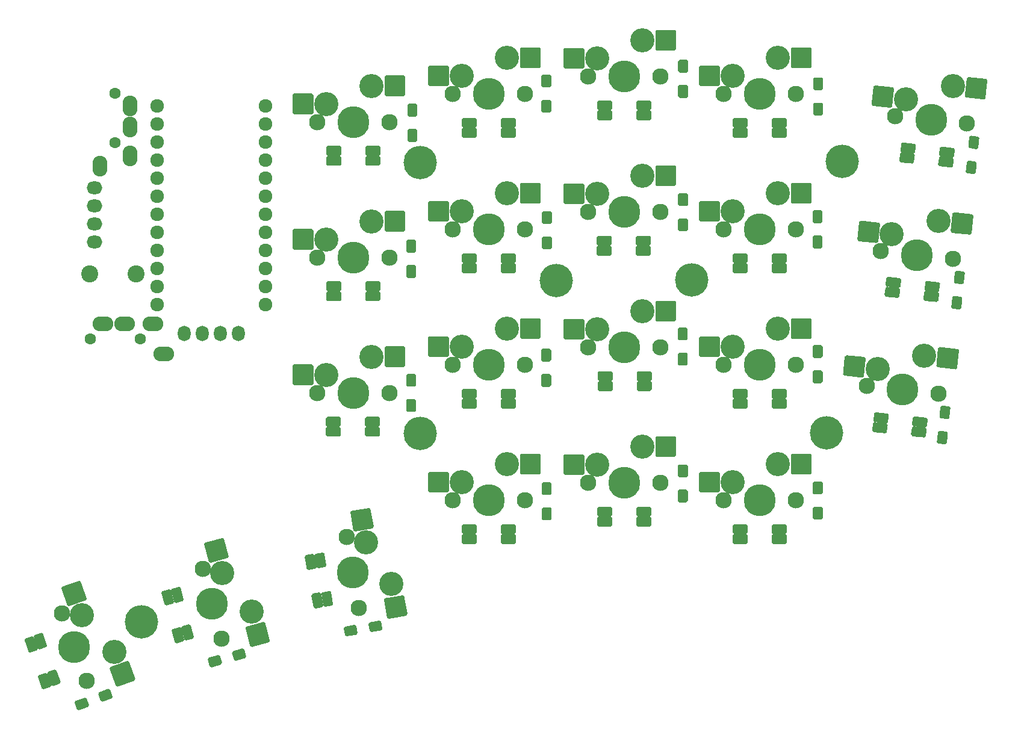
<source format=gbr>
%TF.GenerationSoftware,KiCad,Pcbnew,(5.1.10)-1*%
%TF.CreationDate,2021-10-28T21:04:49+02:00*%
%TF.ProjectId,yaohkib - right,79616f68-6b69-4622-902d-207269676874,rev?*%
%TF.SameCoordinates,Original*%
%TF.FileFunction,Soldermask,Bot*%
%TF.FilePolarity,Negative*%
%FSLAX46Y46*%
G04 Gerber Fmt 4.6, Leading zero omitted, Abs format (unit mm)*
G04 Created by KiCad (PCBNEW (5.1.10)-1) date 2021-10-28 21:04:49*
%MOMM*%
%LPD*%
G01*
G04 APERTURE LIST*
%ADD10C,4.700000*%
%ADD11O,2.900000X2.100000*%
%ADD12C,1.600000*%
%ADD13C,1.924000*%
%ADD14C,3.400000*%
%ADD15C,2.300000*%
%ADD16C,4.500000*%
%ADD17O,2.178000X1.797000*%
%ADD18O,2.100000X2.900000*%
%ADD19O,1.797000X2.178000*%
%ADD20C,2.400000*%
G04 APERTURE END LIST*
%TO.C,LED53*%
G36*
G01*
X103040077Y-131367434D02*
X104006003Y-131108615D01*
G75*
G02*
X104250952Y-131250036I51764J-193185D01*
G01*
X104690944Y-132892109D01*
G75*
G02*
X104549523Y-133137058I-193185J-51764D01*
G01*
X103583597Y-133395877D01*
G75*
G02*
X103338648Y-133254456I-51764J193185D01*
G01*
X102898656Y-131612383D01*
G75*
G02*
X103040077Y-131367434I193185J51764D01*
G01*
G37*
G36*
G01*
X101687781Y-131729780D02*
X102653707Y-131470961D01*
G75*
G02*
X102898656Y-131612382I51764J-193185D01*
G01*
X103338648Y-133254455D01*
G75*
G02*
X103197227Y-133499404I-193185J-51764D01*
G01*
X102231301Y-133758223D01*
G75*
G02*
X101986352Y-133616802I-51764J193185D01*
G01*
X101546360Y-131974729D01*
G75*
G02*
X101687781Y-131729780I193185J51764D01*
G01*
G37*
G36*
G01*
X101616573Y-126054842D02*
X102582499Y-125796023D01*
G75*
G02*
X102827448Y-125937444I51764J-193185D01*
G01*
X103267440Y-127579517D01*
G75*
G02*
X103126019Y-127824466I-193185J-51764D01*
G01*
X102160093Y-128083285D01*
G75*
G02*
X101915144Y-127941864I-51764J193185D01*
G01*
X101475152Y-126299791D01*
G75*
G02*
X101616573Y-126054842I193185J51764D01*
G01*
G37*
G36*
G01*
X100264277Y-126417188D02*
X101230203Y-126158369D01*
G75*
G02*
X101475152Y-126299790I51764J-193185D01*
G01*
X101915144Y-127941863D01*
G75*
G02*
X101773723Y-128186812I-193185J-51764D01*
G01*
X100807797Y-128445631D01*
G75*
G02*
X100562848Y-128304210I-51764J193185D01*
G01*
X100122856Y-126662137D01*
G75*
G02*
X100264277Y-126417188I193185J51764D01*
G01*
G37*
%TD*%
%TO.C,LED50*%
G36*
G01*
X166917500Y-115746500D02*
X166917500Y-114746500D01*
G75*
G02*
X167117500Y-114546500I200000J0D01*
G01*
X168817500Y-114546500D01*
G75*
G02*
X169017500Y-114746500I0J-200000D01*
G01*
X169017500Y-115746500D01*
G75*
G02*
X168817500Y-115946500I-200000J0D01*
G01*
X167117500Y-115946500D01*
G75*
G02*
X166917500Y-115746500I0J200000D01*
G01*
G37*
G36*
G01*
X166917500Y-117146500D02*
X166917500Y-116146500D01*
G75*
G02*
X167117500Y-115946500I200000J0D01*
G01*
X168817500Y-115946500D01*
G75*
G02*
X169017500Y-116146500I0J-200000D01*
G01*
X169017500Y-117146500D01*
G75*
G02*
X168817500Y-117346500I-200000J0D01*
G01*
X167117500Y-117346500D01*
G75*
G02*
X166917500Y-117146500I0J200000D01*
G01*
G37*
G36*
G01*
X161417500Y-115746500D02*
X161417500Y-114746500D01*
G75*
G02*
X161617500Y-114546500I200000J0D01*
G01*
X163317500Y-114546500D01*
G75*
G02*
X163517500Y-114746500I0J-200000D01*
G01*
X163517500Y-115746500D01*
G75*
G02*
X163317500Y-115946500I-200000J0D01*
G01*
X161617500Y-115946500D01*
G75*
G02*
X161417500Y-115746500I0J200000D01*
G01*
G37*
G36*
G01*
X161417500Y-117146500D02*
X161417500Y-116146500D01*
G75*
G02*
X161617500Y-115946500I200000J0D01*
G01*
X163317500Y-115946500D01*
G75*
G02*
X163517500Y-116146500I0J-200000D01*
G01*
X163517500Y-117146500D01*
G75*
G02*
X163317500Y-117346500I-200000J0D01*
G01*
X161617500Y-117346500D01*
G75*
G02*
X161417500Y-117146500I0J200000D01*
G01*
G37*
%TD*%
%TO.C,LED47*%
G36*
G01*
X185967500Y-99173000D02*
X185967500Y-98173000D01*
G75*
G02*
X186167500Y-97973000I200000J0D01*
G01*
X187867500Y-97973000D01*
G75*
G02*
X188067500Y-98173000I0J-200000D01*
G01*
X188067500Y-99173000D01*
G75*
G02*
X187867500Y-99373000I-200000J0D01*
G01*
X186167500Y-99373000D01*
G75*
G02*
X185967500Y-99173000I0J200000D01*
G01*
G37*
G36*
G01*
X185967500Y-100573000D02*
X185967500Y-99573000D01*
G75*
G02*
X186167500Y-99373000I200000J0D01*
G01*
X187867500Y-99373000D01*
G75*
G02*
X188067500Y-99573000I0J-200000D01*
G01*
X188067500Y-100573000D01*
G75*
G02*
X187867500Y-100773000I-200000J0D01*
G01*
X186167500Y-100773000D01*
G75*
G02*
X185967500Y-100573000I0J200000D01*
G01*
G37*
G36*
G01*
X180467500Y-99173000D02*
X180467500Y-98173000D01*
G75*
G02*
X180667500Y-97973000I200000J0D01*
G01*
X182367500Y-97973000D01*
G75*
G02*
X182567500Y-98173000I0J-200000D01*
G01*
X182567500Y-99173000D01*
G75*
G02*
X182367500Y-99373000I-200000J0D01*
G01*
X180667500Y-99373000D01*
G75*
G02*
X180467500Y-99173000I0J200000D01*
G01*
G37*
G36*
G01*
X180467500Y-100573000D02*
X180467500Y-99573000D01*
G75*
G02*
X180667500Y-99373000I200000J0D01*
G01*
X182367500Y-99373000D01*
G75*
G02*
X182567500Y-99573000I0J-200000D01*
G01*
X182567500Y-100573000D01*
G75*
G02*
X182367500Y-100773000I-200000J0D01*
G01*
X180667500Y-100773000D01*
G75*
G02*
X180467500Y-100573000I0J200000D01*
G01*
G37*
%TD*%
%TO.C,LED45*%
G36*
G01*
X147867500Y-99173000D02*
X147867500Y-98173000D01*
G75*
G02*
X148067500Y-97973000I200000J0D01*
G01*
X149767500Y-97973000D01*
G75*
G02*
X149967500Y-98173000I0J-200000D01*
G01*
X149967500Y-99173000D01*
G75*
G02*
X149767500Y-99373000I-200000J0D01*
G01*
X148067500Y-99373000D01*
G75*
G02*
X147867500Y-99173000I0J200000D01*
G01*
G37*
G36*
G01*
X147867500Y-100573000D02*
X147867500Y-99573000D01*
G75*
G02*
X148067500Y-99373000I200000J0D01*
G01*
X149767500Y-99373000D01*
G75*
G02*
X149967500Y-99573000I0J-200000D01*
G01*
X149967500Y-100573000D01*
G75*
G02*
X149767500Y-100773000I-200000J0D01*
G01*
X148067500Y-100773000D01*
G75*
G02*
X147867500Y-100573000I0J200000D01*
G01*
G37*
G36*
G01*
X142367500Y-99173000D02*
X142367500Y-98173000D01*
G75*
G02*
X142567500Y-97973000I200000J0D01*
G01*
X144267500Y-97973000D01*
G75*
G02*
X144467500Y-98173000I0J-200000D01*
G01*
X144467500Y-99173000D01*
G75*
G02*
X144267500Y-99373000I-200000J0D01*
G01*
X142567500Y-99373000D01*
G75*
G02*
X142367500Y-99173000I0J200000D01*
G01*
G37*
G36*
G01*
X142367500Y-100573000D02*
X142367500Y-99573000D01*
G75*
G02*
X142567500Y-99373000I200000J0D01*
G01*
X144267500Y-99373000D01*
G75*
G02*
X144467500Y-99573000I0J-200000D01*
G01*
X144467500Y-100573000D01*
G75*
G02*
X144267500Y-100773000I-200000J0D01*
G01*
X142567500Y-100773000D01*
G75*
G02*
X142367500Y-100573000I0J200000D01*
G01*
G37*
%TD*%
%TO.C,LED46*%
G36*
G01*
X166981000Y-96696500D02*
X166981000Y-95696500D01*
G75*
G02*
X167181000Y-95496500I200000J0D01*
G01*
X168881000Y-95496500D01*
G75*
G02*
X169081000Y-95696500I0J-200000D01*
G01*
X169081000Y-96696500D01*
G75*
G02*
X168881000Y-96896500I-200000J0D01*
G01*
X167181000Y-96896500D01*
G75*
G02*
X166981000Y-96696500I0J200000D01*
G01*
G37*
G36*
G01*
X166981000Y-98096500D02*
X166981000Y-97096500D01*
G75*
G02*
X167181000Y-96896500I200000J0D01*
G01*
X168881000Y-96896500D01*
G75*
G02*
X169081000Y-97096500I0J-200000D01*
G01*
X169081000Y-98096500D01*
G75*
G02*
X168881000Y-98296500I-200000J0D01*
G01*
X167181000Y-98296500D01*
G75*
G02*
X166981000Y-98096500I0J200000D01*
G01*
G37*
G36*
G01*
X161481000Y-96696500D02*
X161481000Y-95696500D01*
G75*
G02*
X161681000Y-95496500I200000J0D01*
G01*
X163381000Y-95496500D01*
G75*
G02*
X163581000Y-95696500I0J-200000D01*
G01*
X163581000Y-96696500D01*
G75*
G02*
X163381000Y-96896500I-200000J0D01*
G01*
X161681000Y-96896500D01*
G75*
G02*
X161481000Y-96696500I0J200000D01*
G01*
G37*
G36*
G01*
X161481000Y-98096500D02*
X161481000Y-97096500D01*
G75*
G02*
X161681000Y-96896500I200000J0D01*
G01*
X163381000Y-96896500D01*
G75*
G02*
X163581000Y-97096500I0J-200000D01*
G01*
X163581000Y-98096500D01*
G75*
G02*
X163381000Y-98296500I-200000J0D01*
G01*
X161681000Y-98296500D01*
G75*
G02*
X161481000Y-98096500I0J200000D01*
G01*
G37*
%TD*%
%TO.C,LED52*%
G36*
G01*
X122762330Y-126564218D02*
X123747138Y-126390570D01*
G75*
G02*
X123978830Y-126552802I34730J-196962D01*
G01*
X124274032Y-128226976D01*
G75*
G02*
X124111800Y-128458668I-196962J-34730D01*
G01*
X123126992Y-128632316D01*
G75*
G02*
X122895300Y-128470084I-34730J196962D01*
G01*
X122600098Y-126795910D01*
G75*
G02*
X122762330Y-126564218I196962J34730D01*
G01*
G37*
G36*
G01*
X121383599Y-126807325D02*
X122368407Y-126633677D01*
G75*
G02*
X122600099Y-126795909I34730J-196962D01*
G01*
X122895301Y-128470083D01*
G75*
G02*
X122733069Y-128701775I-196962J-34730D01*
G01*
X121748261Y-128875423D01*
G75*
G02*
X121516569Y-128713191I-34730J196962D01*
G01*
X121221367Y-127039017D01*
G75*
G02*
X121383599Y-126807325I196962J34730D01*
G01*
G37*
G36*
G01*
X121807265Y-121147775D02*
X122792073Y-120974127D01*
G75*
G02*
X123023765Y-121136359I34730J-196962D01*
G01*
X123318967Y-122810533D01*
G75*
G02*
X123156735Y-123042225I-196962J-34730D01*
G01*
X122171927Y-123215873D01*
G75*
G02*
X121940235Y-123053641I-34730J196962D01*
G01*
X121645033Y-121379467D01*
G75*
G02*
X121807265Y-121147775I196962J34730D01*
G01*
G37*
G36*
G01*
X120428534Y-121390882D02*
X121413342Y-121217234D01*
G75*
G02*
X121645034Y-121379466I34730J-196962D01*
G01*
X121940236Y-123053640D01*
G75*
G02*
X121778004Y-123285332I-196962J-34730D01*
G01*
X120793196Y-123458980D01*
G75*
G02*
X120561504Y-123296748I-34730J196962D01*
G01*
X120266302Y-121622574D01*
G75*
G02*
X120428534Y-121390882I196962J34730D01*
G01*
G37*
%TD*%
%TO.C,LED44*%
G36*
G01*
X128754000Y-103110000D02*
X128754000Y-102110000D01*
G75*
G02*
X128954000Y-101910000I200000J0D01*
G01*
X130654000Y-101910000D01*
G75*
G02*
X130854000Y-102110000I0J-200000D01*
G01*
X130854000Y-103110000D01*
G75*
G02*
X130654000Y-103310000I-200000J0D01*
G01*
X128954000Y-103310000D01*
G75*
G02*
X128754000Y-103110000I0J200000D01*
G01*
G37*
G36*
G01*
X128754000Y-104510000D02*
X128754000Y-103510000D01*
G75*
G02*
X128954000Y-103310000I200000J0D01*
G01*
X130654000Y-103310000D01*
G75*
G02*
X130854000Y-103510000I0J-200000D01*
G01*
X130854000Y-104510000D01*
G75*
G02*
X130654000Y-104710000I-200000J0D01*
G01*
X128954000Y-104710000D01*
G75*
G02*
X128754000Y-104510000I0J200000D01*
G01*
G37*
G36*
G01*
X123254000Y-103110000D02*
X123254000Y-102110000D01*
G75*
G02*
X123454000Y-101910000I200000J0D01*
G01*
X125154000Y-101910000D01*
G75*
G02*
X125354000Y-102110000I0J-200000D01*
G01*
X125354000Y-103110000D01*
G75*
G02*
X125154000Y-103310000I-200000J0D01*
G01*
X123454000Y-103310000D01*
G75*
G02*
X123254000Y-103110000I0J200000D01*
G01*
G37*
G36*
G01*
X123254000Y-104510000D02*
X123254000Y-103510000D01*
G75*
G02*
X123454000Y-103310000I200000J0D01*
G01*
X125154000Y-103310000D01*
G75*
G02*
X125354000Y-103510000I0J-200000D01*
G01*
X125354000Y-104510000D01*
G75*
G02*
X125154000Y-104710000I-200000J0D01*
G01*
X123454000Y-104710000D01*
G75*
G02*
X123254000Y-104510000I0J200000D01*
G01*
G37*
%TD*%
%TO.C,LED1*%
G36*
G01*
X84164144Y-137814142D02*
X85103836Y-137472122D01*
G75*
G02*
X85360179Y-137591657I68404J-187939D01*
G01*
X85941613Y-139189135D01*
G75*
G02*
X85822078Y-139445478I-187939J-68404D01*
G01*
X84882386Y-139787498D01*
G75*
G02*
X84626043Y-139667963I-68404J187939D01*
G01*
X84044609Y-138070485D01*
G75*
G02*
X84164144Y-137814142I187939J68404D01*
G01*
G37*
G36*
G01*
X82848575Y-138292970D02*
X83788267Y-137950950D01*
G75*
G02*
X84044610Y-138070485I68404J-187939D01*
G01*
X84626044Y-139667963D01*
G75*
G02*
X84506509Y-139924306I-187939J-68404D01*
G01*
X83566817Y-140266326D01*
G75*
G02*
X83310474Y-140146791I-68404J187939D01*
G01*
X82729040Y-138549313D01*
G75*
G02*
X82848575Y-138292970I187939J68404D01*
G01*
G37*
G36*
G01*
X82283033Y-132645832D02*
X83222725Y-132303812D01*
G75*
G02*
X83479068Y-132423347I68404J-187939D01*
G01*
X84060502Y-134020825D01*
G75*
G02*
X83940967Y-134277168I-187939J-68404D01*
G01*
X83001275Y-134619188D01*
G75*
G02*
X82744932Y-134499653I-68404J187939D01*
G01*
X82163498Y-132902175D01*
G75*
G02*
X82283033Y-132645832I187939J68404D01*
G01*
G37*
G36*
G01*
X80967464Y-133124660D02*
X81907156Y-132782640D01*
G75*
G02*
X82163499Y-132902175I68404J-187939D01*
G01*
X82744933Y-134499653D01*
G75*
G02*
X82625398Y-134755996I-187939J-68404D01*
G01*
X81685706Y-135098016D01*
G75*
G02*
X81429363Y-134978481I-68404J187939D01*
G01*
X80847929Y-133381003D01*
G75*
G02*
X80967464Y-133124660I187939J68404D01*
G01*
G37*
%TD*%
%TO.C,LED43*%
G36*
G01*
X128817500Y-84060000D02*
X128817500Y-83060000D01*
G75*
G02*
X129017500Y-82860000I200000J0D01*
G01*
X130717500Y-82860000D01*
G75*
G02*
X130917500Y-83060000I0J-200000D01*
G01*
X130917500Y-84060000D01*
G75*
G02*
X130717500Y-84260000I-200000J0D01*
G01*
X129017500Y-84260000D01*
G75*
G02*
X128817500Y-84060000I0J200000D01*
G01*
G37*
G36*
G01*
X128817500Y-85460000D02*
X128817500Y-84460000D01*
G75*
G02*
X129017500Y-84260000I200000J0D01*
G01*
X130717500Y-84260000D01*
G75*
G02*
X130917500Y-84460000I0J-200000D01*
G01*
X130917500Y-85460000D01*
G75*
G02*
X130717500Y-85660000I-200000J0D01*
G01*
X129017500Y-85660000D01*
G75*
G02*
X128817500Y-85460000I0J200000D01*
G01*
G37*
G36*
G01*
X123317500Y-84060000D02*
X123317500Y-83060000D01*
G75*
G02*
X123517500Y-82860000I200000J0D01*
G01*
X125217500Y-82860000D01*
G75*
G02*
X125417500Y-83060000I0J-200000D01*
G01*
X125417500Y-84060000D01*
G75*
G02*
X125217500Y-84260000I-200000J0D01*
G01*
X123517500Y-84260000D01*
G75*
G02*
X123317500Y-84060000I0J200000D01*
G01*
G37*
G36*
G01*
X123317500Y-85460000D02*
X123317500Y-84460000D01*
G75*
G02*
X123517500Y-84260000I200000J0D01*
G01*
X125217500Y-84260000D01*
G75*
G02*
X125417500Y-84460000I0J-200000D01*
G01*
X125417500Y-85460000D01*
G75*
G02*
X125217500Y-85660000I-200000J0D01*
G01*
X123517500Y-85660000D01*
G75*
G02*
X123317500Y-85460000I0J200000D01*
G01*
G37*
%TD*%
%TO.C,LED49*%
G36*
G01*
X185967500Y-118223000D02*
X185967500Y-117223000D01*
G75*
G02*
X186167500Y-117023000I200000J0D01*
G01*
X187867500Y-117023000D01*
G75*
G02*
X188067500Y-117223000I0J-200000D01*
G01*
X188067500Y-118223000D01*
G75*
G02*
X187867500Y-118423000I-200000J0D01*
G01*
X186167500Y-118423000D01*
G75*
G02*
X185967500Y-118223000I0J200000D01*
G01*
G37*
G36*
G01*
X185967500Y-119623000D02*
X185967500Y-118623000D01*
G75*
G02*
X186167500Y-118423000I200000J0D01*
G01*
X187867500Y-118423000D01*
G75*
G02*
X188067500Y-118623000I0J-200000D01*
G01*
X188067500Y-119623000D01*
G75*
G02*
X187867500Y-119823000I-200000J0D01*
G01*
X186167500Y-119823000D01*
G75*
G02*
X185967500Y-119623000I0J200000D01*
G01*
G37*
G36*
G01*
X180467500Y-118223000D02*
X180467500Y-117223000D01*
G75*
G02*
X180667500Y-117023000I200000J0D01*
G01*
X182367500Y-117023000D01*
G75*
G02*
X182567500Y-117223000I0J-200000D01*
G01*
X182567500Y-118223000D01*
G75*
G02*
X182367500Y-118423000I-200000J0D01*
G01*
X180667500Y-118423000D01*
G75*
G02*
X180467500Y-118223000I0J200000D01*
G01*
G37*
G36*
G01*
X180467500Y-119623000D02*
X180467500Y-118623000D01*
G75*
G02*
X180667500Y-118423000I200000J0D01*
G01*
X182367500Y-118423000D01*
G75*
G02*
X182567500Y-118623000I0J-200000D01*
G01*
X182567500Y-119623000D01*
G75*
G02*
X182367500Y-119823000I-200000J0D01*
G01*
X180667500Y-119823000D01*
G75*
G02*
X180467500Y-119623000I0J200000D01*
G01*
G37*
%TD*%
%TO.C,LED48*%
G36*
G01*
X205698488Y-103021506D02*
X205803017Y-102026984D01*
G75*
G02*
X206022827Y-101848986I198904J-20906D01*
G01*
X207713514Y-102026684D01*
G75*
G02*
X207891512Y-102246494I-20906J-198904D01*
G01*
X207786983Y-103241016D01*
G75*
G02*
X207567173Y-103419014I-198904J20906D01*
G01*
X205876486Y-103241316D01*
G75*
G02*
X205698488Y-103021506I20906J198904D01*
G01*
G37*
G36*
G01*
X205552148Y-104413837D02*
X205656677Y-103419315D01*
G75*
G02*
X205876487Y-103241317I198904J-20906D01*
G01*
X207567174Y-103419015D01*
G75*
G02*
X207745172Y-103638825I-20906J-198904D01*
G01*
X207640643Y-104633347D01*
G75*
G02*
X207420833Y-104811345I-198904J20906D01*
G01*
X205730146Y-104633647D01*
G75*
G02*
X205552148Y-104413837I20906J198904D01*
G01*
G37*
G36*
G01*
X200228618Y-102446599D02*
X200333147Y-101452077D01*
G75*
G02*
X200552957Y-101274079I198904J-20906D01*
G01*
X202243644Y-101451777D01*
G75*
G02*
X202421642Y-101671587I-20906J-198904D01*
G01*
X202317113Y-102666109D01*
G75*
G02*
X202097303Y-102844107I-198904J20906D01*
G01*
X200406616Y-102666409D01*
G75*
G02*
X200228618Y-102446599I20906J198904D01*
G01*
G37*
G36*
G01*
X200082278Y-103838930D02*
X200186807Y-102844408D01*
G75*
G02*
X200406617Y-102666410I198904J-20906D01*
G01*
X202097304Y-102844108D01*
G75*
G02*
X202275302Y-103063918I-20906J-198904D01*
G01*
X202170773Y-104058440D01*
G75*
G02*
X201950963Y-104236438I-198904J20906D01*
G01*
X200260276Y-104058740D01*
G75*
G02*
X200082278Y-103838930I20906J198904D01*
G01*
G37*
%TD*%
%TO.C,LED51*%
G36*
G01*
X147867500Y-118223000D02*
X147867500Y-117223000D01*
G75*
G02*
X148067500Y-117023000I200000J0D01*
G01*
X149767500Y-117023000D01*
G75*
G02*
X149967500Y-117223000I0J-200000D01*
G01*
X149967500Y-118223000D01*
G75*
G02*
X149767500Y-118423000I-200000J0D01*
G01*
X148067500Y-118423000D01*
G75*
G02*
X147867500Y-118223000I0J200000D01*
G01*
G37*
G36*
G01*
X147867500Y-119623000D02*
X147867500Y-118623000D01*
G75*
G02*
X148067500Y-118423000I200000J0D01*
G01*
X149767500Y-118423000D01*
G75*
G02*
X149967500Y-118623000I0J-200000D01*
G01*
X149967500Y-119623000D01*
G75*
G02*
X149767500Y-119823000I-200000J0D01*
G01*
X148067500Y-119823000D01*
G75*
G02*
X147867500Y-119623000I0J200000D01*
G01*
G37*
G36*
G01*
X142367500Y-118223000D02*
X142367500Y-117223000D01*
G75*
G02*
X142567500Y-117023000I200000J0D01*
G01*
X144267500Y-117023000D01*
G75*
G02*
X144467500Y-117223000I0J-200000D01*
G01*
X144467500Y-118223000D01*
G75*
G02*
X144267500Y-118423000I-200000J0D01*
G01*
X142567500Y-118423000D01*
G75*
G02*
X142367500Y-118223000I0J200000D01*
G01*
G37*
G36*
G01*
X142367500Y-119623000D02*
X142367500Y-118623000D01*
G75*
G02*
X142567500Y-118423000I200000J0D01*
G01*
X144267500Y-118423000D01*
G75*
G02*
X144467500Y-118623000I0J-200000D01*
G01*
X144467500Y-119623000D01*
G75*
G02*
X144267500Y-119823000I-200000J0D01*
G01*
X142567500Y-119823000D01*
G75*
G02*
X142367500Y-119623000I0J200000D01*
G01*
G37*
%TD*%
%TO.C,LED34*%
G36*
G01*
X128817500Y-65010000D02*
X128817500Y-64010000D01*
G75*
G02*
X129017500Y-63810000I200000J0D01*
G01*
X130717500Y-63810000D01*
G75*
G02*
X130917500Y-64010000I0J-200000D01*
G01*
X130917500Y-65010000D01*
G75*
G02*
X130717500Y-65210000I-200000J0D01*
G01*
X129017500Y-65210000D01*
G75*
G02*
X128817500Y-65010000I0J200000D01*
G01*
G37*
G36*
G01*
X128817500Y-66410000D02*
X128817500Y-65410000D01*
G75*
G02*
X129017500Y-65210000I200000J0D01*
G01*
X130717500Y-65210000D01*
G75*
G02*
X130917500Y-65410000I0J-200000D01*
G01*
X130917500Y-66410000D01*
G75*
G02*
X130717500Y-66610000I-200000J0D01*
G01*
X129017500Y-66610000D01*
G75*
G02*
X128817500Y-66410000I0J200000D01*
G01*
G37*
G36*
G01*
X123317500Y-65010000D02*
X123317500Y-64010000D01*
G75*
G02*
X123517500Y-63810000I200000J0D01*
G01*
X125217500Y-63810000D01*
G75*
G02*
X125417500Y-64010000I0J-200000D01*
G01*
X125417500Y-65010000D01*
G75*
G02*
X125217500Y-65210000I-200000J0D01*
G01*
X123517500Y-65210000D01*
G75*
G02*
X123317500Y-65010000I0J200000D01*
G01*
G37*
G36*
G01*
X123317500Y-66410000D02*
X123317500Y-65410000D01*
G75*
G02*
X123517500Y-65210000I200000J0D01*
G01*
X125217500Y-65210000D01*
G75*
G02*
X125417500Y-65410000I0J-200000D01*
G01*
X125417500Y-66410000D01*
G75*
G02*
X125217500Y-66610000I-200000J0D01*
G01*
X123517500Y-66610000D01*
G75*
G02*
X123317500Y-66410000I0J200000D01*
G01*
G37*
%TD*%
%TO.C,LED35*%
G36*
G01*
X147867500Y-61073000D02*
X147867500Y-60073000D01*
G75*
G02*
X148067500Y-59873000I200000J0D01*
G01*
X149767500Y-59873000D01*
G75*
G02*
X149967500Y-60073000I0J-200000D01*
G01*
X149967500Y-61073000D01*
G75*
G02*
X149767500Y-61273000I-200000J0D01*
G01*
X148067500Y-61273000D01*
G75*
G02*
X147867500Y-61073000I0J200000D01*
G01*
G37*
G36*
G01*
X147867500Y-62473000D02*
X147867500Y-61473000D01*
G75*
G02*
X148067500Y-61273000I200000J0D01*
G01*
X149767500Y-61273000D01*
G75*
G02*
X149967500Y-61473000I0J-200000D01*
G01*
X149967500Y-62473000D01*
G75*
G02*
X149767500Y-62673000I-200000J0D01*
G01*
X148067500Y-62673000D01*
G75*
G02*
X147867500Y-62473000I0J200000D01*
G01*
G37*
G36*
G01*
X142367500Y-61073000D02*
X142367500Y-60073000D01*
G75*
G02*
X142567500Y-59873000I200000J0D01*
G01*
X144267500Y-59873000D01*
G75*
G02*
X144467500Y-60073000I0J-200000D01*
G01*
X144467500Y-61073000D01*
G75*
G02*
X144267500Y-61273000I-200000J0D01*
G01*
X142567500Y-61273000D01*
G75*
G02*
X142367500Y-61073000I0J200000D01*
G01*
G37*
G36*
G01*
X142367500Y-62473000D02*
X142367500Y-61473000D01*
G75*
G02*
X142567500Y-61273000I200000J0D01*
G01*
X144267500Y-61273000D01*
G75*
G02*
X144467500Y-61473000I0J-200000D01*
G01*
X144467500Y-62473000D01*
G75*
G02*
X144267500Y-62673000I-200000J0D01*
G01*
X142567500Y-62673000D01*
G75*
G02*
X142367500Y-62473000I0J200000D01*
G01*
G37*
%TD*%
%TO.C,LED39*%
G36*
G01*
X207436593Y-83972794D02*
X207541122Y-82978272D01*
G75*
G02*
X207760932Y-82800274I198904J-20906D01*
G01*
X209451619Y-82977972D01*
G75*
G02*
X209629617Y-83197782I-20906J-198904D01*
G01*
X209525088Y-84192304D01*
G75*
G02*
X209305278Y-84370302I-198904J20906D01*
G01*
X207614591Y-84192604D01*
G75*
G02*
X207436593Y-83972794I20906J198904D01*
G01*
G37*
G36*
G01*
X207290253Y-85365125D02*
X207394782Y-84370603D01*
G75*
G02*
X207614592Y-84192605I198904J-20906D01*
G01*
X209305279Y-84370303D01*
G75*
G02*
X209483277Y-84590113I-20906J-198904D01*
G01*
X209378748Y-85584635D01*
G75*
G02*
X209158938Y-85762633I-198904J20906D01*
G01*
X207468251Y-85584935D01*
G75*
G02*
X207290253Y-85365125I20906J198904D01*
G01*
G37*
G36*
G01*
X201966723Y-83397887D02*
X202071252Y-82403365D01*
G75*
G02*
X202291062Y-82225367I198904J-20906D01*
G01*
X203981749Y-82403065D01*
G75*
G02*
X204159747Y-82622875I-20906J-198904D01*
G01*
X204055218Y-83617397D01*
G75*
G02*
X203835408Y-83795395I-198904J20906D01*
G01*
X202144721Y-83617697D01*
G75*
G02*
X201966723Y-83397887I20906J198904D01*
G01*
G37*
G36*
G01*
X201820383Y-84790218D02*
X201924912Y-83795696D01*
G75*
G02*
X202144722Y-83617698I198904J-20906D01*
G01*
X203835409Y-83795396D01*
G75*
G02*
X204013407Y-84015206I-20906J-198904D01*
G01*
X203908878Y-85009728D01*
G75*
G02*
X203689068Y-85187726I-198904J20906D01*
G01*
X201998381Y-85010028D01*
G75*
G02*
X201820383Y-84790218I20906J198904D01*
G01*
G37*
%TD*%
%TO.C,LED42*%
G36*
G01*
X147867500Y-80123000D02*
X147867500Y-79123000D01*
G75*
G02*
X148067500Y-78923000I200000J0D01*
G01*
X149767500Y-78923000D01*
G75*
G02*
X149967500Y-79123000I0J-200000D01*
G01*
X149967500Y-80123000D01*
G75*
G02*
X149767500Y-80323000I-200000J0D01*
G01*
X148067500Y-80323000D01*
G75*
G02*
X147867500Y-80123000I0J200000D01*
G01*
G37*
G36*
G01*
X147867500Y-81523000D02*
X147867500Y-80523000D01*
G75*
G02*
X148067500Y-80323000I200000J0D01*
G01*
X149767500Y-80323000D01*
G75*
G02*
X149967500Y-80523000I0J-200000D01*
G01*
X149967500Y-81523000D01*
G75*
G02*
X149767500Y-81723000I-200000J0D01*
G01*
X148067500Y-81723000D01*
G75*
G02*
X147867500Y-81523000I0J200000D01*
G01*
G37*
G36*
G01*
X142367500Y-80123000D02*
X142367500Y-79123000D01*
G75*
G02*
X142567500Y-78923000I200000J0D01*
G01*
X144267500Y-78923000D01*
G75*
G02*
X144467500Y-79123000I0J-200000D01*
G01*
X144467500Y-80123000D01*
G75*
G02*
X144267500Y-80323000I-200000J0D01*
G01*
X142567500Y-80323000D01*
G75*
G02*
X142367500Y-80123000I0J200000D01*
G01*
G37*
G36*
G01*
X142367500Y-81523000D02*
X142367500Y-80523000D01*
G75*
G02*
X142567500Y-80323000I200000J0D01*
G01*
X144267500Y-80323000D01*
G75*
G02*
X144467500Y-80523000I0J-200000D01*
G01*
X144467500Y-81523000D01*
G75*
G02*
X144267500Y-81723000I-200000J0D01*
G01*
X142567500Y-81723000D01*
G75*
G02*
X142367500Y-81523000I0J200000D01*
G01*
G37*
%TD*%
%TO.C,LED36*%
G36*
G01*
X166917500Y-58596500D02*
X166917500Y-57596500D01*
G75*
G02*
X167117500Y-57396500I200000J0D01*
G01*
X168817500Y-57396500D01*
G75*
G02*
X169017500Y-57596500I0J-200000D01*
G01*
X169017500Y-58596500D01*
G75*
G02*
X168817500Y-58796500I-200000J0D01*
G01*
X167117500Y-58796500D01*
G75*
G02*
X166917500Y-58596500I0J200000D01*
G01*
G37*
G36*
G01*
X166917500Y-59996500D02*
X166917500Y-58996500D01*
G75*
G02*
X167117500Y-58796500I200000J0D01*
G01*
X168817500Y-58796500D01*
G75*
G02*
X169017500Y-58996500I0J-200000D01*
G01*
X169017500Y-59996500D01*
G75*
G02*
X168817500Y-60196500I-200000J0D01*
G01*
X167117500Y-60196500D01*
G75*
G02*
X166917500Y-59996500I0J200000D01*
G01*
G37*
G36*
G01*
X161417500Y-58596500D02*
X161417500Y-57596500D01*
G75*
G02*
X161617500Y-57396500I200000J0D01*
G01*
X163317500Y-57396500D01*
G75*
G02*
X163517500Y-57596500I0J-200000D01*
G01*
X163517500Y-58596500D01*
G75*
G02*
X163317500Y-58796500I-200000J0D01*
G01*
X161617500Y-58796500D01*
G75*
G02*
X161417500Y-58596500I0J200000D01*
G01*
G37*
G36*
G01*
X161417500Y-59996500D02*
X161417500Y-58996500D01*
G75*
G02*
X161617500Y-58796500I200000J0D01*
G01*
X163317500Y-58796500D01*
G75*
G02*
X163517500Y-58996500I0J-200000D01*
G01*
X163517500Y-59996500D01*
G75*
G02*
X163317500Y-60196500I-200000J0D01*
G01*
X161617500Y-60196500D01*
G75*
G02*
X161417500Y-59996500I0J200000D01*
G01*
G37*
%TD*%
%TO.C,LED38*%
G36*
G01*
X209508488Y-65071506D02*
X209613017Y-64076984D01*
G75*
G02*
X209832827Y-63898986I198904J-20906D01*
G01*
X211523514Y-64076684D01*
G75*
G02*
X211701512Y-64296494I-20906J-198904D01*
G01*
X211596983Y-65291016D01*
G75*
G02*
X211377173Y-65469014I-198904J20906D01*
G01*
X209686486Y-65291316D01*
G75*
G02*
X209508488Y-65071506I20906J198904D01*
G01*
G37*
G36*
G01*
X209362148Y-66463837D02*
X209466677Y-65469315D01*
G75*
G02*
X209686487Y-65291317I198904J-20906D01*
G01*
X211377174Y-65469015D01*
G75*
G02*
X211555172Y-65688825I-20906J-198904D01*
G01*
X211450643Y-66683347D01*
G75*
G02*
X211230833Y-66861345I-198904J20906D01*
G01*
X209540146Y-66683647D01*
G75*
G02*
X209362148Y-66463837I20906J198904D01*
G01*
G37*
G36*
G01*
X204038618Y-64496599D02*
X204143147Y-63502077D01*
G75*
G02*
X204362957Y-63324079I198904J-20906D01*
G01*
X206053644Y-63501777D01*
G75*
G02*
X206231642Y-63721587I-20906J-198904D01*
G01*
X206127113Y-64716109D01*
G75*
G02*
X205907303Y-64894107I-198904J20906D01*
G01*
X204216616Y-64716409D01*
G75*
G02*
X204038618Y-64496599I20906J198904D01*
G01*
G37*
G36*
G01*
X203892278Y-65888930D02*
X203996807Y-64894408D01*
G75*
G02*
X204216617Y-64716410I198904J-20906D01*
G01*
X205907304Y-64894108D01*
G75*
G02*
X206085302Y-65113918I-20906J-198904D01*
G01*
X205980773Y-66108440D01*
G75*
G02*
X205760963Y-66286438I-198904J20906D01*
G01*
X204070276Y-66108740D01*
G75*
G02*
X203892278Y-65888930I20906J198904D01*
G01*
G37*
%TD*%
%TO.C,LED40*%
G36*
G01*
X185967500Y-80123000D02*
X185967500Y-79123000D01*
G75*
G02*
X186167500Y-78923000I200000J0D01*
G01*
X187867500Y-78923000D01*
G75*
G02*
X188067500Y-79123000I0J-200000D01*
G01*
X188067500Y-80123000D01*
G75*
G02*
X187867500Y-80323000I-200000J0D01*
G01*
X186167500Y-80323000D01*
G75*
G02*
X185967500Y-80123000I0J200000D01*
G01*
G37*
G36*
G01*
X185967500Y-81523000D02*
X185967500Y-80523000D01*
G75*
G02*
X186167500Y-80323000I200000J0D01*
G01*
X187867500Y-80323000D01*
G75*
G02*
X188067500Y-80523000I0J-200000D01*
G01*
X188067500Y-81523000D01*
G75*
G02*
X187867500Y-81723000I-200000J0D01*
G01*
X186167500Y-81723000D01*
G75*
G02*
X185967500Y-81523000I0J200000D01*
G01*
G37*
G36*
G01*
X180467500Y-80123000D02*
X180467500Y-79123000D01*
G75*
G02*
X180667500Y-78923000I200000J0D01*
G01*
X182367500Y-78923000D01*
G75*
G02*
X182567500Y-79123000I0J-200000D01*
G01*
X182567500Y-80123000D01*
G75*
G02*
X182367500Y-80323000I-200000J0D01*
G01*
X180667500Y-80323000D01*
G75*
G02*
X180467500Y-80123000I0J200000D01*
G01*
G37*
G36*
G01*
X180467500Y-81523000D02*
X180467500Y-80523000D01*
G75*
G02*
X180667500Y-80323000I200000J0D01*
G01*
X182367500Y-80323000D01*
G75*
G02*
X182567500Y-80523000I0J-200000D01*
G01*
X182567500Y-81523000D01*
G75*
G02*
X182367500Y-81723000I-200000J0D01*
G01*
X180667500Y-81723000D01*
G75*
G02*
X180467500Y-81523000I0J200000D01*
G01*
G37*
%TD*%
%TO.C,LED37*%
G36*
G01*
X185967500Y-61073000D02*
X185967500Y-60073000D01*
G75*
G02*
X186167500Y-59873000I200000J0D01*
G01*
X187867500Y-59873000D01*
G75*
G02*
X188067500Y-60073000I0J-200000D01*
G01*
X188067500Y-61073000D01*
G75*
G02*
X187867500Y-61273000I-200000J0D01*
G01*
X186167500Y-61273000D01*
G75*
G02*
X185967500Y-61073000I0J200000D01*
G01*
G37*
G36*
G01*
X185967500Y-62473000D02*
X185967500Y-61473000D01*
G75*
G02*
X186167500Y-61273000I200000J0D01*
G01*
X187867500Y-61273000D01*
G75*
G02*
X188067500Y-61473000I0J-200000D01*
G01*
X188067500Y-62473000D01*
G75*
G02*
X187867500Y-62673000I-200000J0D01*
G01*
X186167500Y-62673000D01*
G75*
G02*
X185967500Y-62473000I0J200000D01*
G01*
G37*
G36*
G01*
X180467500Y-61073000D02*
X180467500Y-60073000D01*
G75*
G02*
X180667500Y-59873000I200000J0D01*
G01*
X182367500Y-59873000D01*
G75*
G02*
X182567500Y-60073000I0J-200000D01*
G01*
X182567500Y-61073000D01*
G75*
G02*
X182367500Y-61273000I-200000J0D01*
G01*
X180667500Y-61273000D01*
G75*
G02*
X180467500Y-61073000I0J200000D01*
G01*
G37*
G36*
G01*
X180467500Y-62473000D02*
X180467500Y-61473000D01*
G75*
G02*
X180667500Y-61273000I200000J0D01*
G01*
X182367500Y-61273000D01*
G75*
G02*
X182567500Y-61473000I0J-200000D01*
G01*
X182567500Y-62473000D01*
G75*
G02*
X182367500Y-62673000I-200000J0D01*
G01*
X180667500Y-62673000D01*
G75*
G02*
X180467500Y-62473000I0J200000D01*
G01*
G37*
%TD*%
%TO.C,LED41*%
G36*
G01*
X166854000Y-77646500D02*
X166854000Y-76646500D01*
G75*
G02*
X167054000Y-76446500I200000J0D01*
G01*
X168754000Y-76446500D01*
G75*
G02*
X168954000Y-76646500I0J-200000D01*
G01*
X168954000Y-77646500D01*
G75*
G02*
X168754000Y-77846500I-200000J0D01*
G01*
X167054000Y-77846500D01*
G75*
G02*
X166854000Y-77646500I0J200000D01*
G01*
G37*
G36*
G01*
X166854000Y-79046500D02*
X166854000Y-78046500D01*
G75*
G02*
X167054000Y-77846500I200000J0D01*
G01*
X168754000Y-77846500D01*
G75*
G02*
X168954000Y-78046500I0J-200000D01*
G01*
X168954000Y-79046500D01*
G75*
G02*
X168754000Y-79246500I-200000J0D01*
G01*
X167054000Y-79246500D01*
G75*
G02*
X166854000Y-79046500I0J200000D01*
G01*
G37*
G36*
G01*
X161354000Y-77646500D02*
X161354000Y-76646500D01*
G75*
G02*
X161554000Y-76446500I200000J0D01*
G01*
X163254000Y-76446500D01*
G75*
G02*
X163454000Y-76646500I0J-200000D01*
G01*
X163454000Y-77646500D01*
G75*
G02*
X163254000Y-77846500I-200000J0D01*
G01*
X161554000Y-77846500D01*
G75*
G02*
X161354000Y-77646500I0J200000D01*
G01*
G37*
G36*
G01*
X161354000Y-79046500D02*
X161354000Y-78046500D01*
G75*
G02*
X161554000Y-77846500I200000J0D01*
G01*
X163254000Y-77846500D01*
G75*
G02*
X163454000Y-78046500I0J-200000D01*
G01*
X163454000Y-79046500D01*
G75*
G02*
X163254000Y-79246500I-200000J0D01*
G01*
X161554000Y-79246500D01*
G75*
G02*
X161354000Y-79046500I0J200000D01*
G01*
G37*
%TD*%
D10*
%TO.C,Ref\u002A\u002A*%
X97345000Y-130775000D03*
%TD*%
D11*
%TO.C,J1*%
X100410000Y-93060000D03*
X98910000Y-88860000D03*
X94910000Y-88860000D03*
X91910000Y-88860000D03*
D12*
X97110000Y-90960000D03*
X90110000Y-90960000D03*
%TD*%
D13*
%TO.C,U2*%
X99506400Y-58156000D03*
X99506400Y-60696000D03*
X99506400Y-63236000D03*
X99506400Y-65776000D03*
X99506400Y-68316000D03*
X99506400Y-70856000D03*
X99506400Y-73396000D03*
X99506400Y-75936000D03*
X99506400Y-78476000D03*
X99506400Y-81016000D03*
X99506400Y-83556000D03*
X99506400Y-86096000D03*
X114726400Y-86096000D03*
X114726400Y-83556000D03*
X114726400Y-81016000D03*
X114726400Y-78476000D03*
X114726400Y-75936000D03*
X114726400Y-73396000D03*
X114726400Y-70856000D03*
X114726400Y-68316000D03*
X114726400Y-65776000D03*
X114726400Y-63236000D03*
X114726400Y-60696000D03*
X114726400Y-58156000D03*
%TD*%
D10*
%TO.C,Ref\u002A\u002A*%
X174723000Y-82657500D03*
%TD*%
%TO.C,Ref\u002A\u002A*%
X193697200Y-104203640D03*
%TD*%
%TO.C,Ref\u002A\u002A*%
X195843500Y-65999500D03*
%TD*%
%TO.C,Ref\u002A\u002A*%
X136553000Y-66147500D03*
%TD*%
%TO.C,Ref\u002A\u002A*%
X136553000Y-104257500D03*
%TD*%
%TO.C,Ref\u002A\u002A*%
X155673000Y-82707500D03*
%TD*%
D14*
%TO.C,SW22*%
X211422090Y-55357331D03*
X204841374Y-57219661D03*
G36*
G01*
X216303582Y-54613511D02*
X216042261Y-57099816D01*
G75*
G02*
X215822451Y-57277814I-198904J20906D01*
G01*
X213286420Y-57011267D01*
G75*
G02*
X213108422Y-56791457I20906J198904D01*
G01*
X213369743Y-54305152D01*
G75*
G02*
X213589553Y-54127154I198904J-20906D01*
G01*
X216125584Y-54393701D01*
G75*
G02*
X216303582Y-54613511I-20906J-198904D01*
G01*
G37*
D15*
X203312829Y-59612995D03*
X213417171Y-60675005D03*
D16*
X208365000Y-60144000D03*
G36*
G01*
X203181895Y-55788357D02*
X202920574Y-58274662D01*
G75*
G02*
X202700764Y-58452660I-198904J20906D01*
G01*
X200164733Y-58186113D01*
G75*
G02*
X199986735Y-57966303I20906J198904D01*
G01*
X200248056Y-55479998D01*
G75*
G02*
X200467866Y-55302000I198904J-20906D01*
G01*
X203003897Y-55568547D01*
G75*
G02*
X203181895Y-55788357I-20906J-198904D01*
G01*
G37*
%TD*%
%TO.C,D41*%
G36*
G01*
X129433065Y-132033236D02*
X129259416Y-131048428D01*
G75*
G02*
X129421648Y-130816736I196962J34730D01*
G01*
X130800379Y-130573628D01*
G75*
G02*
X131032071Y-130735860I34730J-196962D01*
G01*
X131205720Y-131720668D01*
G75*
G02*
X131043488Y-131952360I-196962J-34730D01*
G01*
X129664757Y-132195468D01*
G75*
G02*
X129433065Y-132033236I-34730J196962D01*
G01*
G37*
G36*
G01*
X125936997Y-132649688D02*
X125763348Y-131664880D01*
G75*
G02*
X125925580Y-131433188I196962J34730D01*
G01*
X127304311Y-131190080D01*
G75*
G02*
X127536003Y-131352312I34730J-196962D01*
G01*
X127709652Y-132337120D01*
G75*
G02*
X127547420Y-132568812I-196962J-34730D01*
G01*
X126168689Y-132811920D01*
G75*
G02*
X125936997Y-132649688I-34730J196962D01*
G01*
G37*
%TD*%
%TO.C,D24*%
G36*
G01*
X173980120Y-53498520D02*
X172980120Y-53498520D01*
G75*
G02*
X172780120Y-53298520I0J200000D01*
G01*
X172780120Y-51898520D01*
G75*
G02*
X172980120Y-51698520I200000J0D01*
G01*
X173980120Y-51698520D01*
G75*
G02*
X174180120Y-51898520I0J-200000D01*
G01*
X174180120Y-53298520D01*
G75*
G02*
X173980120Y-53498520I-200000J0D01*
G01*
G37*
G36*
G01*
X173980120Y-57048520D02*
X172980120Y-57048520D01*
G75*
G02*
X172780120Y-56848520I0J200000D01*
G01*
X172780120Y-55448520D01*
G75*
G02*
X172980120Y-55248520I200000J0D01*
G01*
X173980120Y-55248520D01*
G75*
G02*
X174180120Y-55448520I0J-200000D01*
G01*
X174180120Y-56848520D01*
G75*
G02*
X173980120Y-57048520I-200000J0D01*
G01*
G37*
%TD*%
%TO.C,D31*%
G36*
G01*
X135727720Y-78812160D02*
X134727720Y-78812160D01*
G75*
G02*
X134527720Y-78612160I0J200000D01*
G01*
X134527720Y-77212160D01*
G75*
G02*
X134727720Y-77012160I200000J0D01*
G01*
X135727720Y-77012160D01*
G75*
G02*
X135927720Y-77212160I0J-200000D01*
G01*
X135927720Y-78612160D01*
G75*
G02*
X135727720Y-78812160I-200000J0D01*
G01*
G37*
G36*
G01*
X135727720Y-82362160D02*
X134727720Y-82362160D01*
G75*
G02*
X134527720Y-82162160I0J200000D01*
G01*
X134527720Y-80762160D01*
G75*
G02*
X134727720Y-80562160I200000J0D01*
G01*
X135727720Y-80562160D01*
G75*
G02*
X135927720Y-80762160I0J-200000D01*
G01*
X135927720Y-82162160D01*
G75*
G02*
X135727720Y-82362160I-200000J0D01*
G01*
G37*
%TD*%
%TO.C,D26*%
G36*
G01*
X135910600Y-59677880D02*
X134910600Y-59677880D01*
G75*
G02*
X134710600Y-59477880I0J200000D01*
G01*
X134710600Y-58077880D01*
G75*
G02*
X134910600Y-57877880I200000J0D01*
G01*
X135910600Y-57877880D01*
G75*
G02*
X136110600Y-58077880I0J-200000D01*
G01*
X136110600Y-59477880D01*
G75*
G02*
X135910600Y-59677880I-200000J0D01*
G01*
G37*
G36*
G01*
X135910600Y-63227880D02*
X134910600Y-63227880D01*
G75*
G02*
X134710600Y-63027880I0J200000D01*
G01*
X134710600Y-61627880D01*
G75*
G02*
X134910600Y-61427880I200000J0D01*
G01*
X135910600Y-61427880D01*
G75*
G02*
X136110600Y-61627880I0J-200000D01*
G01*
X136110600Y-63027880D01*
G75*
G02*
X135910600Y-63227880I-200000J0D01*
G01*
G37*
%TD*%
D14*
%TO.C,SW37*%
X129657500Y-93456500D03*
X123307500Y-95996500D03*
G36*
G01*
X134434500Y-92206500D02*
X134434500Y-94706500D01*
G75*
G02*
X134234500Y-94906500I-200000J0D01*
G01*
X131684500Y-94906500D01*
G75*
G02*
X131484500Y-94706500I0J200000D01*
G01*
X131484500Y-92206500D01*
G75*
G02*
X131684500Y-92006500I200000J0D01*
G01*
X134234500Y-92006500D01*
G75*
G02*
X134434500Y-92206500I0J-200000D01*
G01*
G37*
D15*
X122037500Y-98536500D03*
X132197500Y-98536500D03*
D16*
X127117500Y-98536500D03*
G36*
G01*
X121507500Y-94746500D02*
X121507500Y-97246500D01*
G75*
G02*
X121307500Y-97446500I-200000J0D01*
G01*
X118757500Y-97446500D01*
G75*
G02*
X118557500Y-97246500I0J200000D01*
G01*
X118557500Y-94746500D01*
G75*
G02*
X118757500Y-94546500I200000J0D01*
G01*
X121307500Y-94546500D01*
G75*
G02*
X121507500Y-94746500I0J-200000D01*
G01*
G37*
%TD*%
%TO.C,D22*%
G36*
G01*
X214783723Y-64256058D02*
X213789201Y-64151529D01*
G75*
G02*
X213611203Y-63931719I20906J198904D01*
G01*
X213757543Y-62539388D01*
G75*
G02*
X213977353Y-62361390I198904J-20906D01*
G01*
X214971875Y-62465919D01*
G75*
G02*
X215149873Y-62685729I-20906J-198904D01*
G01*
X215003533Y-64078060D01*
G75*
G02*
X214783723Y-64256058I-198904J20906D01*
G01*
G37*
G36*
G01*
X214412647Y-67786610D02*
X213418125Y-67682081D01*
G75*
G02*
X213240127Y-67462271I20906J198904D01*
G01*
X213386467Y-66069940D01*
G75*
G02*
X213606277Y-65891942I198904J-20906D01*
G01*
X214600799Y-65996471D01*
G75*
G02*
X214778797Y-66216281I-20906J-198904D01*
G01*
X214632457Y-67608612D01*
G75*
G02*
X214412647Y-67786610I-198904J20906D01*
G01*
G37*
%TD*%
D14*
%TO.C,SW23*%
X186807500Y-51419500D03*
X180457500Y-53959500D03*
G36*
G01*
X191584500Y-50169500D02*
X191584500Y-52669500D01*
G75*
G02*
X191384500Y-52869500I-200000J0D01*
G01*
X188834500Y-52869500D01*
G75*
G02*
X188634500Y-52669500I0J200000D01*
G01*
X188634500Y-50169500D01*
G75*
G02*
X188834500Y-49969500I200000J0D01*
G01*
X191384500Y-49969500D01*
G75*
G02*
X191584500Y-50169500I0J-200000D01*
G01*
G37*
D15*
X179187500Y-56499500D03*
X189347500Y-56499500D03*
D16*
X184267500Y-56499500D03*
G36*
G01*
X178657500Y-52709500D02*
X178657500Y-55209500D01*
G75*
G02*
X178457500Y-55409500I-200000J0D01*
G01*
X175907500Y-55409500D01*
G75*
G02*
X175707500Y-55209500I0J200000D01*
G01*
X175707500Y-52709500D01*
G75*
G02*
X175907500Y-52509500I200000J0D01*
G01*
X178457500Y-52509500D01*
G75*
G02*
X178657500Y-52709500I0J-200000D01*
G01*
G37*
%TD*%
D14*
%TO.C,SW24*%
X167757500Y-48943000D03*
X161407500Y-51483000D03*
G36*
G01*
X172534500Y-47693000D02*
X172534500Y-50193000D01*
G75*
G02*
X172334500Y-50393000I-200000J0D01*
G01*
X169784500Y-50393000D01*
G75*
G02*
X169584500Y-50193000I0J200000D01*
G01*
X169584500Y-47693000D01*
G75*
G02*
X169784500Y-47493000I200000J0D01*
G01*
X172334500Y-47493000D01*
G75*
G02*
X172534500Y-47693000I0J-200000D01*
G01*
G37*
D15*
X160137500Y-54023000D03*
X170297500Y-54023000D03*
D16*
X165217500Y-54023000D03*
G36*
G01*
X159607500Y-50233000D02*
X159607500Y-52733000D01*
G75*
G02*
X159407500Y-52933000I-200000J0D01*
G01*
X156857500Y-52933000D01*
G75*
G02*
X156657500Y-52733000I0J200000D01*
G01*
X156657500Y-50233000D01*
G75*
G02*
X156857500Y-50033000I200000J0D01*
G01*
X159407500Y-50033000D01*
G75*
G02*
X159607500Y-50233000I0J-200000D01*
G01*
G37*
%TD*%
D14*
%TO.C,SW29*%
X167757500Y-67993000D03*
X161407500Y-70533000D03*
G36*
G01*
X172534500Y-66743000D02*
X172534500Y-69243000D01*
G75*
G02*
X172334500Y-69443000I-200000J0D01*
G01*
X169784500Y-69443000D01*
G75*
G02*
X169584500Y-69243000I0J200000D01*
G01*
X169584500Y-66743000D01*
G75*
G02*
X169784500Y-66543000I200000J0D01*
G01*
X172334500Y-66543000D01*
G75*
G02*
X172534500Y-66743000I0J-200000D01*
G01*
G37*
D15*
X160137500Y-73073000D03*
X170297500Y-73073000D03*
D16*
X165217500Y-73073000D03*
G36*
G01*
X159607500Y-69283000D02*
X159607500Y-71783000D01*
G75*
G02*
X159407500Y-71983000I-200000J0D01*
G01*
X156857500Y-71983000D01*
G75*
G02*
X156657500Y-71783000I0J200000D01*
G01*
X156657500Y-69283000D01*
G75*
G02*
X156857500Y-69083000I200000J0D01*
G01*
X159407500Y-69083000D01*
G75*
G02*
X159607500Y-69283000I0J-200000D01*
G01*
G37*
%TD*%
%TO.C,D34*%
G36*
G01*
X173939480Y-91151480D02*
X172939480Y-91151480D01*
G75*
G02*
X172739480Y-90951480I0J200000D01*
G01*
X172739480Y-89551480D01*
G75*
G02*
X172939480Y-89351480I200000J0D01*
G01*
X173939480Y-89351480D01*
G75*
G02*
X174139480Y-89551480I0J-200000D01*
G01*
X174139480Y-90951480D01*
G75*
G02*
X173939480Y-91151480I-200000J0D01*
G01*
G37*
G36*
G01*
X173939480Y-94701480D02*
X172939480Y-94701480D01*
G75*
G02*
X172739480Y-94501480I0J200000D01*
G01*
X172739480Y-93101480D01*
G75*
G02*
X172939480Y-92901480I200000J0D01*
G01*
X173939480Y-92901480D01*
G75*
G02*
X174139480Y-93101480I0J-200000D01*
G01*
X174139480Y-94501480D01*
G75*
G02*
X173939480Y-94701480I-200000J0D01*
G01*
G37*
%TD*%
%TO.C,D35*%
G36*
G01*
X154737080Y-94148680D02*
X153737080Y-94148680D01*
G75*
G02*
X153537080Y-93948680I0J200000D01*
G01*
X153537080Y-92548680D01*
G75*
G02*
X153737080Y-92348680I200000J0D01*
G01*
X154737080Y-92348680D01*
G75*
G02*
X154937080Y-92548680I0J-200000D01*
G01*
X154937080Y-93948680D01*
G75*
G02*
X154737080Y-94148680I-200000J0D01*
G01*
G37*
G36*
G01*
X154737080Y-97698680D02*
X153737080Y-97698680D01*
G75*
G02*
X153537080Y-97498680I0J200000D01*
G01*
X153537080Y-96098680D01*
G75*
G02*
X153737080Y-95898680I200000J0D01*
G01*
X154737080Y-95898680D01*
G75*
G02*
X154937080Y-96098680I0J-200000D01*
G01*
X154937080Y-97498680D01*
G75*
G02*
X154737080Y-97698680I-200000J0D01*
G01*
G37*
%TD*%
%TO.C,D25*%
G36*
G01*
X154772640Y-55566080D02*
X153772640Y-55566080D01*
G75*
G02*
X153572640Y-55366080I0J200000D01*
G01*
X153572640Y-53966080D01*
G75*
G02*
X153772640Y-53766080I200000J0D01*
G01*
X154772640Y-53766080D01*
G75*
G02*
X154972640Y-53966080I0J-200000D01*
G01*
X154972640Y-55366080D01*
G75*
G02*
X154772640Y-55566080I-200000J0D01*
G01*
G37*
G36*
G01*
X154772640Y-59116080D02*
X153772640Y-59116080D01*
G75*
G02*
X153572640Y-58916080I0J200000D01*
G01*
X153572640Y-57516080D01*
G75*
G02*
X153772640Y-57316080I200000J0D01*
G01*
X154772640Y-57316080D01*
G75*
G02*
X154972640Y-57516080I0J-200000D01*
G01*
X154972640Y-58916080D01*
G75*
G02*
X154772640Y-59116080I-200000J0D01*
G01*
G37*
%TD*%
%TO.C,D28*%
G36*
G01*
X192903120Y-74661800D02*
X191903120Y-74661800D01*
G75*
G02*
X191703120Y-74461800I0J200000D01*
G01*
X191703120Y-73061800D01*
G75*
G02*
X191903120Y-72861800I200000J0D01*
G01*
X192903120Y-72861800D01*
G75*
G02*
X193103120Y-73061800I0J-200000D01*
G01*
X193103120Y-74461800D01*
G75*
G02*
X192903120Y-74661800I-200000J0D01*
G01*
G37*
G36*
G01*
X192903120Y-78211800D02*
X191903120Y-78211800D01*
G75*
G02*
X191703120Y-78011800I0J200000D01*
G01*
X191703120Y-76611800D01*
G75*
G02*
X191903120Y-76411800I200000J0D01*
G01*
X192903120Y-76411800D01*
G75*
G02*
X193103120Y-76611800I0J-200000D01*
G01*
X193103120Y-78011800D01*
G75*
G02*
X192903120Y-78211800I-200000J0D01*
G01*
G37*
%TD*%
%TO.C,D33*%
G36*
G01*
X192918360Y-93630520D02*
X191918360Y-93630520D01*
G75*
G02*
X191718360Y-93430520I0J200000D01*
G01*
X191718360Y-92030520D01*
G75*
G02*
X191918360Y-91830520I200000J0D01*
G01*
X192918360Y-91830520D01*
G75*
G02*
X193118360Y-92030520I0J-200000D01*
G01*
X193118360Y-93430520D01*
G75*
G02*
X192918360Y-93630520I-200000J0D01*
G01*
G37*
G36*
G01*
X192918360Y-97180520D02*
X191918360Y-97180520D01*
G75*
G02*
X191718360Y-96980520I0J200000D01*
G01*
X191718360Y-95580520D01*
G75*
G02*
X191918360Y-95380520I200000J0D01*
G01*
X192918360Y-95380520D01*
G75*
G02*
X193118360Y-95580520I0J-200000D01*
G01*
X193118360Y-96980520D01*
G75*
G02*
X192918360Y-97180520I-200000J0D01*
G01*
G37*
%TD*%
%TO.C,D29*%
G36*
G01*
X173995360Y-72272120D02*
X172995360Y-72272120D01*
G75*
G02*
X172795360Y-72072120I0J200000D01*
G01*
X172795360Y-70672120D01*
G75*
G02*
X172995360Y-70472120I200000J0D01*
G01*
X173995360Y-70472120D01*
G75*
G02*
X174195360Y-70672120I0J-200000D01*
G01*
X174195360Y-72072120D01*
G75*
G02*
X173995360Y-72272120I-200000J0D01*
G01*
G37*
G36*
G01*
X173995360Y-75822120D02*
X172995360Y-75822120D01*
G75*
G02*
X172795360Y-75622120I0J200000D01*
G01*
X172795360Y-74222120D01*
G75*
G02*
X172995360Y-74022120I200000J0D01*
G01*
X173995360Y-74022120D01*
G75*
G02*
X174195360Y-74222120I0J-200000D01*
G01*
X174195360Y-75622120D01*
G75*
G02*
X173995360Y-75822120I-200000J0D01*
G01*
G37*
%TD*%
%TO.C,D38*%
G36*
G01*
X192918360Y-112832920D02*
X191918360Y-112832920D01*
G75*
G02*
X191718360Y-112632920I0J200000D01*
G01*
X191718360Y-111232920D01*
G75*
G02*
X191918360Y-111032920I200000J0D01*
G01*
X192918360Y-111032920D01*
G75*
G02*
X193118360Y-111232920I0J-200000D01*
G01*
X193118360Y-112632920D01*
G75*
G02*
X192918360Y-112832920I-200000J0D01*
G01*
G37*
G36*
G01*
X192918360Y-116382920D02*
X191918360Y-116382920D01*
G75*
G02*
X191718360Y-116182920I0J200000D01*
G01*
X191718360Y-114782920D01*
G75*
G02*
X191918360Y-114582920I200000J0D01*
G01*
X192918360Y-114582920D01*
G75*
G02*
X193118360Y-114782920I0J-200000D01*
G01*
X193118360Y-116182920D01*
G75*
G02*
X192918360Y-116382920I-200000J0D01*
G01*
G37*
%TD*%
D14*
%TO.C,SW26*%
X129657500Y-55356500D03*
X123307500Y-57896500D03*
G36*
G01*
X134434500Y-54106500D02*
X134434500Y-56606500D01*
G75*
G02*
X134234500Y-56806500I-200000J0D01*
G01*
X131684500Y-56806500D01*
G75*
G02*
X131484500Y-56606500I0J200000D01*
G01*
X131484500Y-54106500D01*
G75*
G02*
X131684500Y-53906500I200000J0D01*
G01*
X134234500Y-53906500D01*
G75*
G02*
X134434500Y-54106500I0J-200000D01*
G01*
G37*
D15*
X122037500Y-60436500D03*
X132197500Y-60436500D03*
D16*
X127117500Y-60436500D03*
G36*
G01*
X121507500Y-56646500D02*
X121507500Y-59146500D01*
G75*
G02*
X121307500Y-59346500I-200000J0D01*
G01*
X118757500Y-59346500D01*
G75*
G02*
X118557500Y-59146500I0J200000D01*
G01*
X118557500Y-56646500D01*
G75*
G02*
X118757500Y-56446500I200000J0D01*
G01*
X121307500Y-56446500D01*
G75*
G02*
X121507500Y-56646500I0J-200000D01*
G01*
G37*
%TD*%
D17*
%TO.C,J4*%
X90690000Y-69720000D03*
X90690000Y-72260000D03*
X90690000Y-74800000D03*
X90690000Y-77340000D03*
%TD*%
D18*
%TO.C,J3*%
X91469180Y-66689140D03*
X95669180Y-65189140D03*
X95669180Y-61189140D03*
X95669180Y-58189140D03*
D12*
X93569180Y-63389140D03*
X93569180Y-56389140D03*
%TD*%
D19*
%TO.C,J6*%
X110925000Y-90154500D03*
X108385000Y-90154500D03*
X105845000Y-90154500D03*
X103305000Y-90154500D03*
%TD*%
D20*
%TO.C,RSW2*%
X90040000Y-81820000D03*
X96540000Y-81820000D03*
%TD*%
D14*
%TO.C,SW34*%
X93509370Y-134945357D03*
X88950723Y-129847040D03*
G36*
G01*
X96317815Y-139006744D02*
X93968584Y-139861794D01*
G75*
G02*
X93712241Y-139742259I-68404J187939D01*
G01*
X92840090Y-137346043D01*
G75*
G02*
X92959625Y-137089700I187939J68404D01*
G01*
X95308856Y-136234650D01*
G75*
G02*
X95565199Y-136354185I68404J-187939D01*
G01*
X96437350Y-138750401D01*
G75*
G02*
X96317815Y-139006744I-187939J-68404D01*
G01*
G37*
D15*
X86129538Y-129522361D03*
X89604462Y-139069639D03*
D16*
X87867000Y-134296000D03*
G36*
G01*
X89509702Y-127728069D02*
X87160471Y-128583119D01*
G75*
G02*
X86904128Y-128463584I-68404J187939D01*
G01*
X86031977Y-126067368D01*
G75*
G02*
X86151512Y-125811025I187939J68404D01*
G01*
X88500743Y-124955975D01*
G75*
G02*
X88757086Y-125075510I68404J-187939D01*
G01*
X89629237Y-127471726D01*
G75*
G02*
X89509702Y-127728069I-187939J-68404D01*
G01*
G37*
%TD*%
D14*
%TO.C,SW41*%
X132478890Y-125413279D03*
X128874812Y-119600816D03*
G36*
G01*
X134539417Y-129900646D02*
X132077398Y-130334766D01*
G75*
G02*
X131845706Y-130172534I-34730J196962D01*
G01*
X131402903Y-127661274D01*
G75*
G02*
X131565135Y-127429582I196962J34730D01*
G01*
X134027154Y-126995462D01*
G75*
G02*
X134258846Y-127157694I34730J-196962D01*
G01*
X134701649Y-129668954D01*
G75*
G02*
X134539417Y-129900646I-196962J-34730D01*
G01*
G37*
D15*
X126152867Y-118791177D03*
X127917133Y-128796823D03*
D16*
X127035000Y-123794000D03*
G36*
G01*
X129793255Y-117611103D02*
X127331236Y-118045223D01*
G75*
G02*
X127099544Y-117882991I-34730J196962D01*
G01*
X126656741Y-115371731D01*
G75*
G02*
X126818973Y-115140039I196962J34730D01*
G01*
X129280992Y-114705919D01*
G75*
G02*
X129512684Y-114868151I34730J-196962D01*
G01*
X129955487Y-117379411D01*
G75*
G02*
X129793255Y-117611103I-196962J-34730D01*
G01*
G37*
%TD*%
%TO.C,D23*%
G36*
G01*
X192969160Y-55972480D02*
X191969160Y-55972480D01*
G75*
G02*
X191769160Y-55772480I0J200000D01*
G01*
X191769160Y-54372480D01*
G75*
G02*
X191969160Y-54172480I200000J0D01*
G01*
X192969160Y-54172480D01*
G75*
G02*
X193169160Y-54372480I0J-200000D01*
G01*
X193169160Y-55772480D01*
G75*
G02*
X192969160Y-55972480I-200000J0D01*
G01*
G37*
G36*
G01*
X192969160Y-59522480D02*
X191969160Y-59522480D01*
G75*
G02*
X191769160Y-59322480I0J200000D01*
G01*
X191769160Y-57922480D01*
G75*
G02*
X191969160Y-57722480I200000J0D01*
G01*
X192969160Y-57722480D01*
G75*
G02*
X193169160Y-57922480I0J-200000D01*
G01*
X193169160Y-59322480D01*
G75*
G02*
X192969160Y-59522480I-200000J0D01*
G01*
G37*
%TD*%
%TO.C,D27*%
G36*
G01*
X212748185Y-83271334D02*
X211753663Y-83166805D01*
G75*
G02*
X211575665Y-82946995I20906J198904D01*
G01*
X211722005Y-81554664D01*
G75*
G02*
X211941815Y-81376666I198904J-20906D01*
G01*
X212936337Y-81481195D01*
G75*
G02*
X213114335Y-81701005I-20906J-198904D01*
G01*
X212967995Y-83093336D01*
G75*
G02*
X212748185Y-83271334I-198904J20906D01*
G01*
G37*
G36*
G01*
X212377109Y-86801886D02*
X211382587Y-86697357D01*
G75*
G02*
X211204589Y-86477547I20906J198904D01*
G01*
X211350929Y-85085216D01*
G75*
G02*
X211570739Y-84907218I198904J-20906D01*
G01*
X212565261Y-85011747D01*
G75*
G02*
X212743259Y-85231557I-20906J-198904D01*
G01*
X212596919Y-86623888D01*
G75*
G02*
X212377109Y-86801886I-198904J20906D01*
G01*
G37*
%TD*%
D14*
%TO.C,SW36*%
X148705000Y-89494000D03*
X142355000Y-92034000D03*
G36*
G01*
X153482000Y-88244000D02*
X153482000Y-90744000D01*
G75*
G02*
X153282000Y-90944000I-200000J0D01*
G01*
X150732000Y-90944000D01*
G75*
G02*
X150532000Y-90744000I0J200000D01*
G01*
X150532000Y-88244000D01*
G75*
G02*
X150732000Y-88044000I200000J0D01*
G01*
X153282000Y-88044000D01*
G75*
G02*
X153482000Y-88244000I0J-200000D01*
G01*
G37*
D15*
X141085000Y-94574000D03*
X151245000Y-94574000D03*
D16*
X146165000Y-94574000D03*
G36*
G01*
X140555000Y-90784000D02*
X140555000Y-93284000D01*
G75*
G02*
X140355000Y-93484000I-200000J0D01*
G01*
X137805000Y-93484000D01*
G75*
G02*
X137605000Y-93284000I0J200000D01*
G01*
X137605000Y-90784000D01*
G75*
G02*
X137805000Y-90584000I200000J0D01*
G01*
X140355000Y-90584000D01*
G75*
G02*
X140555000Y-90784000I0J-200000D01*
G01*
G37*
%TD*%
D14*
%TO.C,SW32*%
X207422090Y-93317331D03*
X200841374Y-95179661D03*
G36*
G01*
X212303582Y-92573511D02*
X212042261Y-95059816D01*
G75*
G02*
X211822451Y-95237814I-198904J20906D01*
G01*
X209286420Y-94971267D01*
G75*
G02*
X209108422Y-94751457I20906J198904D01*
G01*
X209369743Y-92265152D01*
G75*
G02*
X209589553Y-92087154I198904J-20906D01*
G01*
X212125584Y-92353701D01*
G75*
G02*
X212303582Y-92573511I-20906J-198904D01*
G01*
G37*
D15*
X199312829Y-97572995D03*
X209417171Y-98635005D03*
D16*
X204365000Y-98104000D03*
G36*
G01*
X199181895Y-93748357D02*
X198920574Y-96234662D01*
G75*
G02*
X198700764Y-96412660I-198904J20906D01*
G01*
X196164733Y-96146113D01*
G75*
G02*
X195986735Y-95926303I20906J198904D01*
G01*
X196248056Y-93439998D01*
G75*
G02*
X196467866Y-93262000I198904J-20906D01*
G01*
X199003897Y-93528547D01*
G75*
G02*
X199181895Y-93748357I-20906J-198904D01*
G01*
G37*
%TD*%
%TO.C,D39*%
G36*
G01*
X173959800Y-110409760D02*
X172959800Y-110409760D01*
G75*
G02*
X172759800Y-110209760I0J200000D01*
G01*
X172759800Y-108809760D01*
G75*
G02*
X172959800Y-108609760I200000J0D01*
G01*
X173959800Y-108609760D01*
G75*
G02*
X174159800Y-108809760I0J-200000D01*
G01*
X174159800Y-110209760D01*
G75*
G02*
X173959800Y-110409760I-200000J0D01*
G01*
G37*
G36*
G01*
X173959800Y-113959760D02*
X172959800Y-113959760D01*
G75*
G02*
X172759800Y-113759760I0J200000D01*
G01*
X172759800Y-112359760D01*
G75*
G02*
X172959800Y-112159760I200000J0D01*
G01*
X173959800Y-112159760D01*
G75*
G02*
X174159800Y-112359760I0J-200000D01*
G01*
X174159800Y-113759760D01*
G75*
G02*
X173959800Y-113959760I-200000J0D01*
G01*
G37*
%TD*%
%TO.C,D30*%
G36*
G01*
X154828520Y-74780720D02*
X153828520Y-74780720D01*
G75*
G02*
X153628520Y-74580720I0J200000D01*
G01*
X153628520Y-73180720D01*
G75*
G02*
X153828520Y-72980720I200000J0D01*
G01*
X154828520Y-72980720D01*
G75*
G02*
X155028520Y-73180720I0J-200000D01*
G01*
X155028520Y-74580720D01*
G75*
G02*
X154828520Y-74780720I-200000J0D01*
G01*
G37*
G36*
G01*
X154828520Y-78330720D02*
X153828520Y-78330720D01*
G75*
G02*
X153628520Y-78130720I0J200000D01*
G01*
X153628520Y-76730720D01*
G75*
G02*
X153828520Y-76530720I200000J0D01*
G01*
X154828520Y-76530720D01*
G75*
G02*
X155028520Y-76730720I0J-200000D01*
G01*
X155028520Y-78130720D01*
G75*
G02*
X154828520Y-78330720I-200000J0D01*
G01*
G37*
%TD*%
%TO.C,D40*%
G36*
G01*
X154808200Y-112914200D02*
X153808200Y-112914200D01*
G75*
G02*
X153608200Y-112714200I0J200000D01*
G01*
X153608200Y-111314200D01*
G75*
G02*
X153808200Y-111114200I200000J0D01*
G01*
X154808200Y-111114200D01*
G75*
G02*
X155008200Y-111314200I0J-200000D01*
G01*
X155008200Y-112714200D01*
G75*
G02*
X154808200Y-112914200I-200000J0D01*
G01*
G37*
G36*
G01*
X154808200Y-116464200D02*
X153808200Y-116464200D01*
G75*
G02*
X153608200Y-116264200I0J200000D01*
G01*
X153608200Y-114864200D01*
G75*
G02*
X153808200Y-114664200I200000J0D01*
G01*
X154808200Y-114664200D01*
G75*
G02*
X155008200Y-114864200I0J-200000D01*
G01*
X155008200Y-116264200D01*
G75*
G02*
X154808200Y-116464200I-200000J0D01*
G01*
G37*
%TD*%
%TO.C,D42*%
G36*
G01*
X110312076Y-136082400D02*
X110053257Y-135116474D01*
G75*
G02*
X110194678Y-134871525I193185J51764D01*
G01*
X111546975Y-134509179D01*
G75*
G02*
X111791924Y-134650600I51764J-193185D01*
G01*
X112050743Y-135616526D01*
G75*
G02*
X111909322Y-135861475I-193185J-51764D01*
G01*
X110557025Y-136223821D01*
G75*
G02*
X110312076Y-136082400I-51764J193185D01*
G01*
G37*
G36*
G01*
X106883040Y-137001208D02*
X106624221Y-136035282D01*
G75*
G02*
X106765642Y-135790333I193185J51764D01*
G01*
X108117939Y-135427987D01*
G75*
G02*
X108362888Y-135569408I51764J-193185D01*
G01*
X108621707Y-136535334D01*
G75*
G02*
X108480286Y-136780283I-193185J-51764D01*
G01*
X107127989Y-137142629D01*
G75*
G02*
X106883040Y-137001208I-51764J193185D01*
G01*
G37*
%TD*%
%TO.C,D37*%
G36*
G01*
X135727720Y-97679280D02*
X134727720Y-97679280D01*
G75*
G02*
X134527720Y-97479280I0J200000D01*
G01*
X134527720Y-96079280D01*
G75*
G02*
X134727720Y-95879280I200000J0D01*
G01*
X135727720Y-95879280D01*
G75*
G02*
X135927720Y-96079280I0J-200000D01*
G01*
X135927720Y-97479280D01*
G75*
G02*
X135727720Y-97679280I-200000J0D01*
G01*
G37*
G36*
G01*
X135727720Y-101229280D02*
X134727720Y-101229280D01*
G75*
G02*
X134527720Y-101029280I0J200000D01*
G01*
X134527720Y-99629280D01*
G75*
G02*
X134727720Y-99429280I200000J0D01*
G01*
X135727720Y-99429280D01*
G75*
G02*
X135927720Y-99629280I0J-200000D01*
G01*
X135927720Y-101029280D01*
G75*
G02*
X135727720Y-101229280I-200000J0D01*
G01*
G37*
%TD*%
%TO.C,D32*%
G36*
G01*
X210723723Y-102246058D02*
X209729201Y-102141529D01*
G75*
G02*
X209551203Y-101921719I20906J198904D01*
G01*
X209697543Y-100529388D01*
G75*
G02*
X209917353Y-100351390I198904J-20906D01*
G01*
X210911875Y-100455919D01*
G75*
G02*
X211089873Y-100675729I-20906J-198904D01*
G01*
X210943533Y-102068060D01*
G75*
G02*
X210723723Y-102246058I-198904J20906D01*
G01*
G37*
G36*
G01*
X210352647Y-105776610D02*
X209358125Y-105672081D01*
G75*
G02*
X209180127Y-105452271I20906J198904D01*
G01*
X209326467Y-104059940D01*
G75*
G02*
X209546277Y-103881942I198904J-20906D01*
G01*
X210540799Y-103986471D01*
G75*
G02*
X210718797Y-104206281I-20906J-198904D01*
G01*
X210572457Y-105598612D01*
G75*
G02*
X210352647Y-105776610I-198904J20906D01*
G01*
G37*
%TD*%
D14*
%TO.C,SW39*%
X167757500Y-106093000D03*
X161407500Y-108633000D03*
G36*
G01*
X172534500Y-104843000D02*
X172534500Y-107343000D01*
G75*
G02*
X172334500Y-107543000I-200000J0D01*
G01*
X169784500Y-107543000D01*
G75*
G02*
X169584500Y-107343000I0J200000D01*
G01*
X169584500Y-104843000D01*
G75*
G02*
X169784500Y-104643000I200000J0D01*
G01*
X172334500Y-104643000D01*
G75*
G02*
X172534500Y-104843000I0J-200000D01*
G01*
G37*
D15*
X160137500Y-111173000D03*
X170297500Y-111173000D03*
D16*
X165217500Y-111173000D03*
G36*
G01*
X159607500Y-107383000D02*
X159607500Y-109883000D01*
G75*
G02*
X159407500Y-110083000I-200000J0D01*
G01*
X156857500Y-110083000D01*
G75*
G02*
X156657500Y-109883000I0J200000D01*
G01*
X156657500Y-107383000D01*
G75*
G02*
X156857500Y-107183000I200000J0D01*
G01*
X159407500Y-107183000D01*
G75*
G02*
X159607500Y-107383000I0J-200000D01*
G01*
G37*
%TD*%
D14*
%TO.C,SW31*%
X129657500Y-74406500D03*
X123307500Y-76946500D03*
G36*
G01*
X134434500Y-73156500D02*
X134434500Y-75656500D01*
G75*
G02*
X134234500Y-75856500I-200000J0D01*
G01*
X131684500Y-75856500D01*
G75*
G02*
X131484500Y-75656500I0J200000D01*
G01*
X131484500Y-73156500D01*
G75*
G02*
X131684500Y-72956500I200000J0D01*
G01*
X134234500Y-72956500D01*
G75*
G02*
X134434500Y-73156500I0J-200000D01*
G01*
G37*
D15*
X122037500Y-79486500D03*
X132197500Y-79486500D03*
D16*
X127117500Y-79486500D03*
G36*
G01*
X121507500Y-75696500D02*
X121507500Y-78196500D01*
G75*
G02*
X121307500Y-78396500I-200000J0D01*
G01*
X118757500Y-78396500D01*
G75*
G02*
X118557500Y-78196500I0J200000D01*
G01*
X118557500Y-75696500D01*
G75*
G02*
X118757500Y-75496500I200000J0D01*
G01*
X121307500Y-75496500D01*
G75*
G02*
X121507500Y-75696500I0J-200000D01*
G01*
G37*
%TD*%
D14*
%TO.C,SW27*%
X209432090Y-74367331D03*
X202851374Y-76229661D03*
G36*
G01*
X214313582Y-73623511D02*
X214052261Y-76109816D01*
G75*
G02*
X213832451Y-76287814I-198904J20906D01*
G01*
X211296420Y-76021267D01*
G75*
G02*
X211118422Y-75801457I20906J198904D01*
G01*
X211379743Y-73315152D01*
G75*
G02*
X211599553Y-73137154I198904J-20906D01*
G01*
X214135584Y-73403701D01*
G75*
G02*
X214313582Y-73623511I-20906J-198904D01*
G01*
G37*
D15*
X201322829Y-78622995D03*
X211427171Y-79685005D03*
D16*
X206375000Y-79154000D03*
G36*
G01*
X201191895Y-74798357D02*
X200930574Y-77284662D01*
G75*
G02*
X200710764Y-77462660I-198904J20906D01*
G01*
X198174733Y-77196113D01*
G75*
G02*
X197996735Y-76976303I20906J198904D01*
G01*
X198258056Y-74489998D01*
G75*
G02*
X198477866Y-74312000I198904J-20906D01*
G01*
X201013897Y-74578547D01*
G75*
G02*
X201191895Y-74798357I-20906J-198904D01*
G01*
G37*
%TD*%
D14*
%TO.C,SW28*%
X186807500Y-70469500D03*
X180457500Y-73009500D03*
G36*
G01*
X191584500Y-69219500D02*
X191584500Y-71719500D01*
G75*
G02*
X191384500Y-71919500I-200000J0D01*
G01*
X188834500Y-71919500D01*
G75*
G02*
X188634500Y-71719500I0J200000D01*
G01*
X188634500Y-69219500D01*
G75*
G02*
X188834500Y-69019500I200000J0D01*
G01*
X191384500Y-69019500D01*
G75*
G02*
X191584500Y-69219500I0J-200000D01*
G01*
G37*
D15*
X179187500Y-75549500D03*
X189347500Y-75549500D03*
D16*
X184267500Y-75549500D03*
G36*
G01*
X178657500Y-71759500D02*
X178657500Y-74259500D01*
G75*
G02*
X178457500Y-74459500I-200000J0D01*
G01*
X175907500Y-74459500D01*
G75*
G02*
X175707500Y-74259500I0J200000D01*
G01*
X175707500Y-71759500D01*
G75*
G02*
X175907500Y-71559500I200000J0D01*
G01*
X178457500Y-71559500D01*
G75*
G02*
X178657500Y-71759500I0J-200000D01*
G01*
G37*
%TD*%
D14*
%TO.C,SW25*%
X148707500Y-51419500D03*
X142357500Y-53959500D03*
G36*
G01*
X153484500Y-50169500D02*
X153484500Y-52669500D01*
G75*
G02*
X153284500Y-52869500I-200000J0D01*
G01*
X150734500Y-52869500D01*
G75*
G02*
X150534500Y-52669500I0J200000D01*
G01*
X150534500Y-50169500D01*
G75*
G02*
X150734500Y-49969500I200000J0D01*
G01*
X153284500Y-49969500D01*
G75*
G02*
X153484500Y-50169500I0J-200000D01*
G01*
G37*
D15*
X141087500Y-56499500D03*
X151247500Y-56499500D03*
D16*
X146167500Y-56499500D03*
G36*
G01*
X140557500Y-52709500D02*
X140557500Y-55209500D01*
G75*
G02*
X140357500Y-55409500I-200000J0D01*
G01*
X137807500Y-55409500D01*
G75*
G02*
X137607500Y-55209500I0J200000D01*
G01*
X137607500Y-52709500D01*
G75*
G02*
X137807500Y-52509500I200000J0D01*
G01*
X140357500Y-52509500D01*
G75*
G02*
X140557500Y-52709500I0J-200000D01*
G01*
G37*
%TD*%
D14*
%TO.C,SW38*%
X186807500Y-108569500D03*
X180457500Y-111109500D03*
G36*
G01*
X191584500Y-107319500D02*
X191584500Y-109819500D01*
G75*
G02*
X191384500Y-110019500I-200000J0D01*
G01*
X188834500Y-110019500D01*
G75*
G02*
X188634500Y-109819500I0J200000D01*
G01*
X188634500Y-107319500D01*
G75*
G02*
X188834500Y-107119500I200000J0D01*
G01*
X191384500Y-107119500D01*
G75*
G02*
X191584500Y-107319500I0J-200000D01*
G01*
G37*
D15*
X179187500Y-113649500D03*
X189347500Y-113649500D03*
D16*
X184267500Y-113649500D03*
G36*
G01*
X178657500Y-109859500D02*
X178657500Y-112359500D01*
G75*
G02*
X178457500Y-112559500I-200000J0D01*
G01*
X175907500Y-112559500D01*
G75*
G02*
X175707500Y-112359500I0J200000D01*
G01*
X175707500Y-109859500D01*
G75*
G02*
X175907500Y-109659500I200000J0D01*
G01*
X178457500Y-109659500D01*
G75*
G02*
X178657500Y-109859500I0J-200000D01*
G01*
G37*
%TD*%
D14*
%TO.C,SW33*%
X186807500Y-89519500D03*
X180457500Y-92059500D03*
G36*
G01*
X191584500Y-88269500D02*
X191584500Y-90769500D01*
G75*
G02*
X191384500Y-90969500I-200000J0D01*
G01*
X188834500Y-90969500D01*
G75*
G02*
X188634500Y-90769500I0J200000D01*
G01*
X188634500Y-88269500D01*
G75*
G02*
X188834500Y-88069500I200000J0D01*
G01*
X191384500Y-88069500D01*
G75*
G02*
X191584500Y-88269500I0J-200000D01*
G01*
G37*
D15*
X179187500Y-94599500D03*
X189347500Y-94599500D03*
D16*
X184267500Y-94599500D03*
G36*
G01*
X178657500Y-90809500D02*
X178657500Y-93309500D01*
G75*
G02*
X178457500Y-93509500I-200000J0D01*
G01*
X175907500Y-93509500D01*
G75*
G02*
X175707500Y-93309500I0J200000D01*
G01*
X175707500Y-90809500D01*
G75*
G02*
X175907500Y-90609500I200000J0D01*
G01*
X178457500Y-90609500D01*
G75*
G02*
X178657500Y-90809500I0J-200000D01*
G01*
G37*
%TD*%
D14*
%TO.C,SW40*%
X148707500Y-108569500D03*
X142357500Y-111109500D03*
G36*
G01*
X153484500Y-107319500D02*
X153484500Y-109819500D01*
G75*
G02*
X153284500Y-110019500I-200000J0D01*
G01*
X150734500Y-110019500D01*
G75*
G02*
X150534500Y-109819500I0J200000D01*
G01*
X150534500Y-107319500D01*
G75*
G02*
X150734500Y-107119500I200000J0D01*
G01*
X153284500Y-107119500D01*
G75*
G02*
X153484500Y-107319500I0J-200000D01*
G01*
G37*
D15*
X141087500Y-113649500D03*
X151247500Y-113649500D03*
D16*
X146167500Y-113649500D03*
G36*
G01*
X140557500Y-109859500D02*
X140557500Y-112359500D01*
G75*
G02*
X140357500Y-112559500I-200000J0D01*
G01*
X137807500Y-112559500D01*
G75*
G02*
X137607500Y-112359500I0J200000D01*
G01*
X137607500Y-109859500D01*
G75*
G02*
X137807500Y-109659500I200000J0D01*
G01*
X140357500Y-109659500D01*
G75*
G02*
X140557500Y-109859500I0J-200000D01*
G01*
G37*
%TD*%
%TO.C,D36*%
G36*
G01*
X91581286Y-141859164D02*
X91239266Y-140919472D01*
G75*
G02*
X91358801Y-140663129I187939J68404D01*
G01*
X92674371Y-140184301D01*
G75*
G02*
X92930714Y-140303836I68404J-187939D01*
G01*
X93272734Y-141243528D01*
G75*
G02*
X93153199Y-141499871I-187939J-68404D01*
G01*
X91837629Y-141978699D01*
G75*
G02*
X91581286Y-141859164I-68404J187939D01*
G01*
G37*
G36*
G01*
X88245378Y-143073336D02*
X87903358Y-142133644D01*
G75*
G02*
X88022893Y-141877301I187939J68404D01*
G01*
X89338463Y-141398473D01*
G75*
G02*
X89594806Y-141518008I68404J-187939D01*
G01*
X89936826Y-142457700D01*
G75*
G02*
X89817291Y-142714043I-187939J-68404D01*
G01*
X88501721Y-143192871D01*
G75*
G02*
X88245378Y-143073336I-68404J187939D01*
G01*
G37*
%TD*%
D14*
%TO.C,SW35*%
X167757500Y-87043000D03*
X161407500Y-89583000D03*
G36*
G01*
X172534500Y-85793000D02*
X172534500Y-88293000D01*
G75*
G02*
X172334500Y-88493000I-200000J0D01*
G01*
X169784500Y-88493000D01*
G75*
G02*
X169584500Y-88293000I0J200000D01*
G01*
X169584500Y-85793000D01*
G75*
G02*
X169784500Y-85593000I200000J0D01*
G01*
X172334500Y-85593000D01*
G75*
G02*
X172534500Y-85793000I0J-200000D01*
G01*
G37*
D15*
X160137500Y-92123000D03*
X170297500Y-92123000D03*
D16*
X165217500Y-92123000D03*
G36*
G01*
X159607500Y-88333000D02*
X159607500Y-90833000D01*
G75*
G02*
X159407500Y-91033000I-200000J0D01*
G01*
X156857500Y-91033000D01*
G75*
G02*
X156657500Y-90833000I0J200000D01*
G01*
X156657500Y-88333000D01*
G75*
G02*
X156857500Y-88133000I200000J0D01*
G01*
X159407500Y-88133000D01*
G75*
G02*
X159607500Y-88333000I0J-200000D01*
G01*
G37*
%TD*%
D14*
%TO.C,SW30*%
X148707500Y-70469500D03*
X142357500Y-73009500D03*
G36*
G01*
X153484500Y-69219500D02*
X153484500Y-71719500D01*
G75*
G02*
X153284500Y-71919500I-200000J0D01*
G01*
X150734500Y-71919500D01*
G75*
G02*
X150534500Y-71719500I0J200000D01*
G01*
X150534500Y-69219500D01*
G75*
G02*
X150734500Y-69019500I200000J0D01*
G01*
X153284500Y-69019500D01*
G75*
G02*
X153484500Y-69219500I0J-200000D01*
G01*
G37*
D15*
X141087500Y-75549500D03*
X151247500Y-75549500D03*
D16*
X146167500Y-75549500D03*
G36*
G01*
X140557500Y-71759500D02*
X140557500Y-74259500D01*
G75*
G02*
X140357500Y-74459500I-200000J0D01*
G01*
X137807500Y-74459500D01*
G75*
G02*
X137607500Y-74259500I0J200000D01*
G01*
X137607500Y-71759500D01*
G75*
G02*
X137807500Y-71559500I200000J0D01*
G01*
X140357500Y-71559500D01*
G75*
G02*
X140557500Y-71759500I0J-200000D01*
G01*
G37*
%TD*%
D14*
%TO.C,SW42*%
X112799304Y-129344513D03*
X108702351Y-123868284D03*
G36*
G01*
X115243090Y-133635217D02*
X112828275Y-134282264D01*
G75*
G02*
X112583326Y-134140843I-51764J193185D01*
G01*
X111923337Y-131677732D01*
G75*
G02*
X112064758Y-131432783I193185J51764D01*
G01*
X114479573Y-130785736D01*
G75*
G02*
X114724522Y-130927157I51764J-193185D01*
G01*
X115384511Y-133390268D01*
G75*
G02*
X115243090Y-133635217I-193185J-51764D01*
G01*
G37*
D15*
X105920199Y-123298959D03*
X108549801Y-133112765D03*
D16*
X107235000Y-128205862D03*
G36*
G01*
X109443885Y-121806094D02*
X107029070Y-122453141D01*
G75*
G02*
X106784121Y-122311720I-51764J193185D01*
G01*
X106124132Y-119848609D01*
G75*
G02*
X106265553Y-119603660I193185J51764D01*
G01*
X108680368Y-118956613D01*
G75*
G02*
X108925317Y-119098034I51764J-193185D01*
G01*
X109585306Y-121561145D01*
G75*
G02*
X109443885Y-121806094I-193185J-51764D01*
G01*
G37*
%TD*%
M02*

</source>
